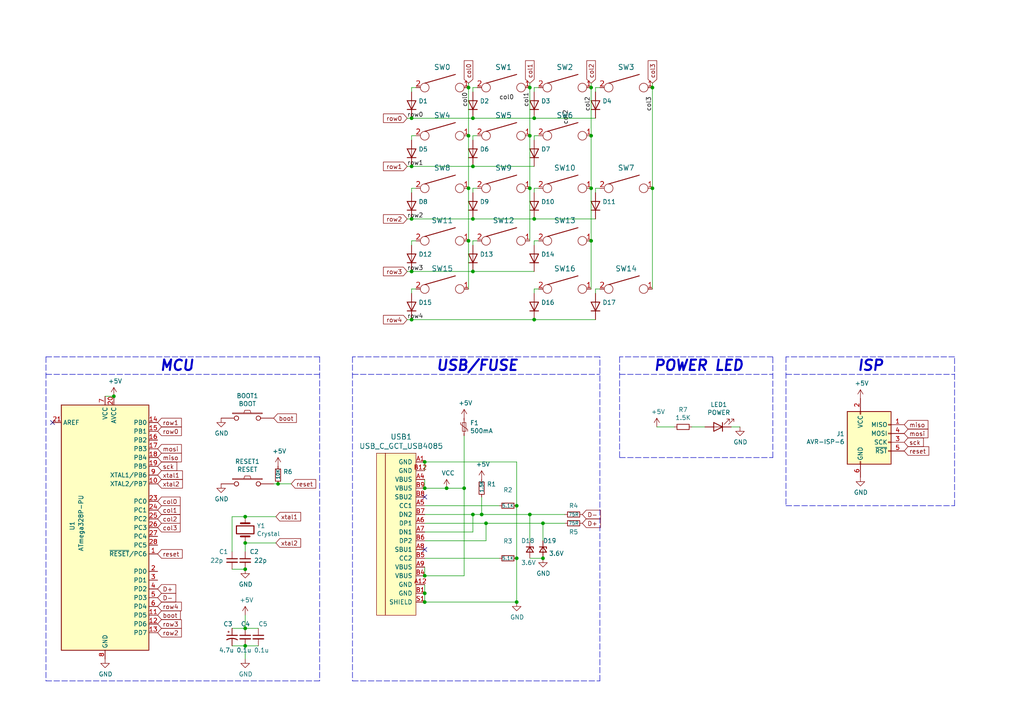
<source format=kicad_sch>
(kicad_sch (version 20211123) (generator eeschema)
  (paper "A4")
  (lib_symbols
    (symbol "Device:C_Small" (pin_numbers hide) (pin_names (offset 0.254) hide)
      (property "Reference" "C" (at 0.254 1.778 0))
      (property "Value" "C_Small" (at 0.254 -2.032 0))
      (symbol "C_Small_0_1"
        (polyline (pts (xy -1.524 -0.508) (xy 1.524 -0.508)) (stroke (width 0.3302)))
        (polyline (pts (xy -1.524 0.508) (xy 1.524 0.508)) (stroke (width 0.3048)))
      )
      (symbol "C_Small_1_1"
        (pin passive line (at 0 2.54 270) (length 2.032) (name "~") (number "1"))
        (pin passive line (at 0 -2.54 90) (length 2.032) (name "~") (number "2"))
      )
    )
    (symbol "Device:Crystal" (pin_numbers hide) (pin_names (offset 1.016) hide)
      (property "Reference" "Y" (at 0 3.81 0))
      (property "Value" "Crystal" (at 0 -3.81 0))
      (symbol "Crystal_0_1"
        (rectangle (start -1.143 2.54) (end 1.143 -2.54) (stroke (width 0.3048)))
        (polyline (pts (xy -2.54 0) (xy -1.905 0)))
        (polyline (pts (xy -1.905 -1.27) (xy -1.905 1.27)) (stroke (width 0.508)))
        (polyline (pts (xy 1.905 -1.27) (xy 1.905 1.27)) (stroke (width 0.508)))
        (polyline (pts (xy 2.54 0) (xy 1.905 0)))
      )
      (symbol "Crystal_1_1"
        (pin passive line (at -3.81 0 0) (length 1.27) (name "1") (number "1"))
        (pin passive line (at 3.81 0 180) (length 1.27) (name "2") (number "2"))
      )
    )
    (symbol "Device:D" (pin_numbers hide) (pin_names (offset 1.016) hide)
      (property "Reference" "D" (at 0 2.54 0))
      (property "Value" "D" (at 0 -2.54 0))
      (symbol "D_0_1"
        (polyline (pts (xy -1.27 1.27) (xy -1.27 -1.27)) (stroke (width 0.254)))
        (polyline (pts (xy 1.27 0) (xy -1.27 0)))
        (polyline (pts (xy 1.27 1.27) (xy 1.27 -1.27) (xy -1.27 0) (xy 1.27 1.27)) (stroke (width 0.254)))
      )
      (symbol "D_1_1"
        (pin passive line (at -3.81 0 0) (length 2.54) (name "K") (number "1"))
        (pin passive line (at 3.81 0 180) (length 2.54) (name "A") (number "2"))
      )
    )
    (symbol "Device:D_Zener_Small" (pin_numbers hide) (pin_names (offset 0.254) hide)
      (property "Reference" "D" (at 0 2.286 0))
      (property "Value" "D_Zener_Small" (at 0 -2.286 0))
      (symbol "D_Zener_Small_0_1"
        (polyline (pts (xy 0.762 0) (xy -0.762 0)))
        (polyline (pts (xy -0.254 1.016) (xy -0.762 1.016) (xy -0.762 -1.016)) (stroke (width 0.254)))
        (polyline (pts (xy 0.762 1.016) (xy -0.762 0) (xy 0.762 -1.016) (xy 0.762 1.016)) (stroke (width 0.254)))
      )
      (symbol "D_Zener_Small_1_1"
        (pin passive line (at -2.54 0 0) (length 1.778) (name "K") (number "1"))
        (pin passive line (at 2.54 0 180) (length 1.778) (name "A") (number "2"))
      )
    )
    (symbol "Device:LED" (pin_numbers hide) (pin_names (offset 1.016) hide)
      (property "Reference" "D" (at 0 2.54 0))
      (property "Value" "LED" (at 0 -2.54 0))
      (symbol "LED_0_1"
        (polyline (pts (xy -1.27 -1.27) (xy -1.27 1.27)) (stroke (width 0.254)))
        (polyline (pts (xy -1.27 0) (xy 1.27 0)))
        (polyline (pts (xy 1.27 -1.27) (xy 1.27 1.27) (xy -1.27 0) (xy 1.27 -1.27)) (stroke (width 0.254)))
        (polyline (pts (xy -3.048 -0.762) (xy -4.572 -2.286) (xy -3.81 -2.286) (xy -4.572 -2.286) (xy -4.572 -1.524)))
        (polyline (pts (xy -1.778 -0.762) (xy -3.302 -2.286) (xy -2.54 -2.286) (xy -3.302 -2.286) (xy -3.302 -1.524)))
      )
      (symbol "LED_1_1"
        (pin passive line (at -3.81 0 0) (length 2.54) (name "K") (number "1"))
        (pin passive line (at 3.81 0 180) (length 2.54) (name "A") (number "2"))
      )
    )
    (symbol "Device:Polyfuse_Small" (pin_numbers hide) (pin_names (offset 0))
      (property "Reference" "F" (at -1.905 0 90))
      (property "Value" "Polyfuse_Small" (at 1.905 0 90))
      (symbol "Polyfuse_Small_0_1"
        (rectangle (start -0.508 1.27) (end 0.508 -1.27))
        (polyline (pts (xy 0 2.54) (xy 0 -2.54)))
        (polyline (pts (xy -1.016 1.27) (xy -1.016 0.762) (xy 1.016 -0.762) (xy 1.016 -1.27)))
      )
      (symbol "Polyfuse_Small_1_1"
        (pin passive line (at 0 2.54 270) (length 0.635) (name "~") (number "1"))
        (pin passive line (at 0 -2.54 90) (length 0.635) (name "~") (number "2"))
      )
    )
    (symbol "Device:R_Small" (pin_numbers hide) (pin_names (offset 0.254) hide)
      (property "Reference" "R" (at 0.762 0.508 0))
      (property "Value" "R_Small" (at 0.762 -1.016 0))
      (symbol "R_Small_0_1"
        (rectangle (start -0.762 1.778) (end 0.762 -1.778) (stroke (width 0.2032)))
      )
      (symbol "R_Small_1_1"
        (pin passive line (at 0 2.54 270) (length 0.762) (name "~") (number "1"))
        (pin passive line (at 0 -2.54 90) (length 0.762) (name "~") (number "2"))
      )
    )
    (symbol "discipad-pcb-rescue:ATmega328P-PU-MCU_Microchip_ATmega"
      (property "Reference" "U" (at -12.7 36.83 0))
      (property "Value" "ATmega328P-PU-MCU_Microchip_ATmega" (at 2.54 -36.83 0))
      (symbol "ATmega328P-PU-MCU_Microchip_ATmega_0_1"
        (rectangle (start -12.7 -35.56) (end 12.7 35.56) (stroke (width 0.254)) (fill (type background)))
      )
      (symbol "ATmega328P-PU-MCU_Microchip_ATmega_1_1"
        (pin bidirectional line (at 15.24 -7.62 180) (length 2.54) (name "~{RESET}/PC6") (number "1"))
        (pin bidirectional line (at 15.24 12.7 180) (length 2.54) (name "XTAL2/PB7") (number "10"))
        (pin bidirectional line (at 15.24 -25.4 180) (length 2.54) (name "PD5") (number "11"))
        (pin bidirectional line (at 15.24 -27.94 180) (length 2.54) (name "PD6") (number "12"))
        (pin bidirectional line (at 15.24 -30.48 180) (length 2.54) (name "PD7") (number "13"))
        (pin bidirectional line (at 15.24 30.48 180) (length 2.54) (name "PB0") (number "14"))
        (pin bidirectional line (at 15.24 27.94 180) (length 2.54) (name "PB1") (number "15"))
        (pin bidirectional line (at 15.24 25.4 180) (length 2.54) (name "PB2") (number "16"))
        (pin bidirectional line (at 15.24 22.86 180) (length 2.54) (name "PB3") (number "17"))
        (pin bidirectional line (at 15.24 20.32 180) (length 2.54) (name "PB4") (number "18"))
        (pin bidirectional line (at 15.24 17.78 180) (length 2.54) (name "PB5") (number "19"))
        (pin bidirectional line (at 15.24 -12.7 180) (length 2.54) (name "PD0") (number "2"))
        (pin power_in line (at 2.54 38.1 270) (length 2.54) (name "AVCC") (number "20"))
        (pin input line (at -15.24 30.48 0) (length 2.54) (name "AREF") (number "21"))
        (pin passive line (at 0 -38.1 90) (length 2.54) hide (name "GND") (number "22"))
        (pin bidirectional line (at 15.24 7.62 180) (length 2.54) (name "PC0") (number "23"))
        (pin bidirectional line (at 15.24 5.08 180) (length 2.54) (name "PC1") (number "24"))
        (pin bidirectional line (at 15.24 2.54 180) (length 2.54) (name "PC2") (number "25"))
        (pin bidirectional line (at 15.24 0 180) (length 2.54) (name "PC3") (number "26"))
        (pin bidirectional line (at 15.24 -2.54 180) (length 2.54) (name "PC4") (number "27"))
        (pin bidirectional line (at 15.24 -5.08 180) (length 2.54) (name "PC5") (number "28"))
        (pin bidirectional line (at 15.24 -15.24 180) (length 2.54) (name "PD1") (number "3"))
        (pin bidirectional line (at 15.24 -17.78 180) (length 2.54) (name "PD2") (number "4"))
        (pin bidirectional line (at 15.24 -20.32 180) (length 2.54) (name "PD3") (number "5"))
        (pin bidirectional line (at 15.24 -22.86 180) (length 2.54) (name "PD4") (number "6"))
        (pin power_in line (at 0 38.1 270) (length 2.54) (name "VCC") (number "7"))
        (pin power_in line (at 0 -38.1 90) (length 2.54) (name "GND") (number "8"))
        (pin bidirectional line (at 15.24 15.24 180) (length 2.54) (name "XTAL1/PB6") (number "9"))
      )
    )
    (symbol "discipad-pcb-rescue:AVR-ISP-6-Connector" (pin_names (offset 1.016))
      (property "Reference" "J" (at 0 10.16 0))
      (property "Value" "AVR-ISP-6-Connector" (at 0 -7.62 0))
      (symbol "AVR-ISP-6-Connector_0_1"
        (rectangle (start -2.667 -5.588) (end -2.413 -6.35))
        (rectangle (start -2.667 8.89) (end -2.413 8.128))
        (rectangle (start 6.35 -2.413) (end 5.588 -2.667))
        (rectangle (start 6.35 0.127) (end 5.588 -0.127))
        (rectangle (start 6.35 2.667) (end 5.588 2.413))
        (rectangle (start 6.35 5.207) (end 5.588 4.953))
        (rectangle (start 6.35 8.89) (end -6.35 -6.35) (stroke (width 0.254)) (fill (type background)))
      )
      (symbol "AVR-ISP-6-Connector_1_1"
        (pin passive line (at 10.16 5.08 180) (length 3.81) (name "MISO") (number "1"))
        (pin power_in line (at -2.54 12.7 270) (length 3.81) (name "VCC") (number "2"))
        (pin passive line (at 10.16 0 180) (length 3.81) (name "SCK") (number "3"))
        (pin passive line (at 10.16 2.54 180) (length 3.81) (name "MOSI") (number "4"))
        (pin passive line (at 10.16 -2.54 180) (length 3.81) (name "~{RST}") (number "5"))
        (pin power_in line (at -2.54 -10.16 90) (length 3.81) (name "GND") (number "6"))
      )
    )
    (symbol "discipad-pcb-rescue:CP1_Small-Device" (pin_numbers hide) (pin_names (offset 0.254) hide)
      (property "Reference" "C" (at 0.254 1.778 0))
      (property "Value" "CP1_Small-Device" (at 0.254 -2.032 0))
      (symbol "CP1_Small-Device_0_1"
        (polyline (pts (xy -1.524 0.508) (xy 1.524 0.508)) (stroke (width 0.3048)))
        (polyline (pts (xy -1.27 1.524) (xy -0.762 1.524)))
        (polyline (pts (xy -1.016 1.27) (xy -1.016 1.778)))
        (arc (start 1.524 -0.762) (mid 0 -0.3734) (end -1.524 -0.762) (stroke (width 0.3048)))
      )
      (symbol "CP1_Small-Device_1_1"
        (pin passive line (at 0 2.54 270) (length 2.032) (name "~") (number "1"))
        (pin passive line (at 0 -2.54 90) (length 2.032) (name "~") (number "2"))
      )
    )
    (symbol "discipad-pcb-rescue:KEYSW-keyboard_parts" (pin_names (offset 1.016))
      (property "Reference" "K?" (at -1.27 0 0))
      (symbol "KEYSW-keyboard_parts_0_1"
        (circle (center -5.08 0) (radius 1.27))
        (polyline (pts (xy -5.08 1.27) (xy 3.81 3.81)) (stroke (width 0.254)))
        (circle (center 5.08 0) (radius 1.27))
      )
      (symbol "KEYSW-keyboard_parts_1_1"
        (pin passive line (at 7.62 0 180) (length 1.27) (name "~") (number "1"))
        (pin passive line (at -7.62 0 0) (length 1.27) (name "~") (number "2"))
      )
    )
    (symbol "discipad-pcb-rescue:SW_PUSH-keyboard_parts" (pin_numbers hide) (pin_names (offset 1.016) hide)
      (property "Reference" "SW" (at 3.81 2.794 0))
      (property "Value" "SW_PUSH-keyboard_parts" (at 0 -2.032 0))
      (symbol "SW_PUSH-keyboard_parts_0_1"
        (rectangle (start -4.318 1.27) (end 4.318 1.524))
        (polyline (pts (xy -1.016 1.524) (xy -0.762 2.286) (xy 0.762 2.286) (xy 1.016 1.524)))
        (pin passive inverted (at -7.62 0 0) (length 5.08) (name "1") (number "1"))
        (pin passive inverted (at 7.62 0 180) (length 5.08) (name "2") (number "2"))
      )
    )
    (symbol "discipad-pcb-rescue:USB_C_GCT_USB4085-Type-C" (pin_names (offset 1.016))
      (property "Reference" "USB" (at -5.08 22.86 0))
      (property "Value" "USB_C_GCT_USB4085-Type-C" (at -10.16 -1.27 90))
      (symbol "USB_C_GCT_USB4085-Type-C_0_1"
        (rectangle (start -11.43 21.59) (end -8.89 -25.4) (fill (type background)))
        (rectangle (start 0 -25.4) (end -8.89 21.59) (fill (type background)))
      )
      (symbol "USB_C_GCT_USB4085-Type-C_1_1"
        (pin input line (at 2.54 19.05 180) (length 2.54) (name "GND") (number "A1"))
        (pin input line (at 2.54 -16.51 180) (length 2.54) (name "GND") (number "A12"))
        (pin input line (at 2.54 13.97 180) (length 2.54) (name "VBUS") (number "A4"))
        (pin input line (at 2.54 6.35 180) (length 2.54) (name "CC1") (number "A5"))
        (pin input line (at 2.54 1.27 180) (length 2.54) (name "DP1") (number "A6"))
        (pin input line (at 2.54 -1.27 180) (length 2.54) (name "DN1") (number "A7"))
        (pin input line (at 2.54 -6.35 180) (length 2.54) (name "SBU1") (number "A8"))
        (pin input line (at 2.54 -11.43 180) (length 2.54) (name "VBUS") (number "A9"))
        (pin input line (at 2.54 -19.05 180) (length 2.54) (name "GND") (number "B1"))
        (pin input line (at 2.54 16.51 180) (length 2.54) (name "GND") (number "B12"))
        (pin input line (at 2.54 -13.97 180) (length 2.54) (name "VBUS") (number "B4"))
        (pin input line (at 2.54 -8.89 180) (length 2.54) (name "CC2") (number "B5"))
        (pin input line (at 2.54 -3.81 180) (length 2.54) (name "DP2") (number "B6"))
        (pin input line (at 2.54 3.81 180) (length 2.54) (name "DN2") (number "B7"))
        (pin input line (at 2.54 8.89 180) (length 2.54) (name "SBU2") (number "B8"))
        (pin input line (at 2.54 11.43 180) (length 2.54) (name "VBUS") (number "B9"))
        (pin input line (at 2.54 -21.59 180) (length 2.54) (name "SHIELD") (number "S1"))
      )
    )
    (symbol "power:+5V" (power) (pin_names (offset 0))
      (property "Value" "+5V" (at 0 3.556 0))
      (symbol "+5V_0_1"
        (polyline (pts (xy -0.762 1.27) (xy 0 2.54)))
        (polyline (pts (xy 0 0) (xy 0 2.54)))
        (polyline (pts (xy 0 2.54) (xy 0.762 1.27)))
      )
      (symbol "+5V_1_1"
        (pin power_in line (at 0 0 90) (length 0) hide (name "+5V") (number "1"))
      )
    )
    (symbol "power:GND" (power) (pin_names (offset 0))
      (property "Value" "GND" (at 0 -3.81 0))
      (symbol "GND_0_1"
        (polyline (pts (xy 0 0) (xy 0 -1.27) (xy 1.27 -1.27) (xy 0 -2.54) (xy -1.27 -1.27) (xy 0 -1.27)))
      )
      (symbol "GND_1_1"
        (pin power_in line (at 0 0 270) (length 0) hide (name "GND") (number "1"))
      )
    )
    (symbol "power:VCC" (power) (pin_names (offset 0))
      (property "Value" "VCC" (at 0 3.81 0))
      (symbol "VCC_0_1"
        (polyline (pts (xy -0.762 1.27) (xy 0 2.54)))
        (polyline (pts (xy 0 0) (xy 0 2.54)))
        (polyline (pts (xy 0 2.54) (xy 0.762 1.27)))
      )
      (symbol "VCC_1_1"
        (pin power_in line (at 0 0 90) (length 0) hide (name "VCC") (number "1"))
      )
    )
  )
  (junction (at 119.38 63.5))
  (junction (at 140.97 151.765))
  (junction (at 139.7 149.225))
  (junction (at 154.94 63.5))
  (junction (at 149.86 161.925))
  (junction (at 157.48 151.765))
  (junction (at 149.86 174.625))
  (junction (at 119.38 78.74))
  (junction (at 119.38 92.71))
  (junction (at 135.89 39.37))
  (junction (at 171.45 54.61))
  (junction (at 171.45 69.85))
  (junction (at 123.19 141.605))
  (junction (at 137.16 149.225))
  (junction (at 71.12 149.86))
  (junction (at 123.19 172.085))
  (junction (at 135.89 69.85))
  (junction (at 157.48 161.925))
  (junction (at 71.12 187.325))
  (junction (at 153.67 54.61))
  (junction (at 135.89 54.61))
  (junction (at 154.94 34.29))
  (junction (at 123.19 167.005))
  (junction (at 71.12 182.245))
  (junction (at 149.86 146.685))
  (junction (at 135.89 25.4))
  (junction (at 134.62 141.605))
  (junction (at 137.16 78.74))
  (junction (at 33.02 114.935))
  (junction (at 171.45 25.4))
  (junction (at 71.12 157.48))
  (junction (at 137.16 48.26))
  (junction (at 153.67 149.225))
  (junction (at 137.16 34.29))
  (junction (at 154.94 92.71))
  (junction (at 119.38 34.29))
  (junction (at 129.54 141.605))
  (junction (at 137.16 63.5))
  (junction (at 171.45 39.37))
  (junction (at 123.19 174.625))
  (junction (at 123.19 133.985))
  (junction (at 71.12 165.1))
  (junction (at 80.645 140.335))
  (junction (at 189.23 54.61))
  (junction (at 189.23 25.4))
  (junction (at 153.67 25.4))
  (junction (at 119.38 48.26))
  (junction (at 153.67 39.37))
  (no_connect (at 15.24 122.555))
  (no_connect (at 123.19 144.145))
  (no_connect (at 123.19 159.385))
  (wire (pts (xy 154.94 83.82) (xy 154.94 85.09)))
  (wire (pts (xy 153.67 25.4) (xy 153.67 39.37)))
  (wire (pts (xy 138.43 39.37) (xy 137.16 39.37)))
  (wire (pts (xy 140.97 156.845) (xy 140.97 151.765)))
  (wire (pts (xy 134.62 141.605) (xy 134.62 126.365)))
  (wire (pts (xy 120.65 69.85) (xy 119.38 69.85)))
  (wire (pts (xy 135.89 24.13) (xy 135.89 25.4)))
  (wire (pts (xy 71.12 187.325) (xy 71.12 191.135)))
  (wire (pts (xy 119.38 92.71) (xy 154.94 92.71)))
  (wire (pts (xy 137.16 154.305) (xy 137.16 149.225)))
  (wire (pts (xy 134.62 167.005) (xy 134.62 141.605)))
  (wire (pts (xy 154.94 69.85) (xy 154.94 71.12)))
  (wire (pts (xy 123.19 172.085) (xy 123.19 174.625)))
  (wire (pts (xy 71.12 157.48) (xy 71.12 160.02)))
  (wire (pts (xy 139.7 149.225) (xy 139.7 144.145)))
  (wire (pts (xy 123.19 141.605) (xy 129.54 141.605)))
  (wire (pts (xy 153.67 39.37) (xy 153.67 54.61)))
  (wire (pts (xy 153.67 161.925) (xy 157.48 161.925)))
  (polyline (pts (xy 179.705 132.715) (xy 224.155 132.715)))
  (wire (pts (xy 156.21 83.82) (xy 154.94 83.82)))
  (wire (pts (xy 123.19 169.545) (xy 123.19 172.085)))
  (wire (pts (xy 123.19 136.525) (xy 123.19 133.985)))
  (wire (pts (xy 138.43 69.85) (xy 137.16 69.85)))
  (wire (pts (xy 189.23 24.13) (xy 189.23 25.4)))
  (wire (pts (xy 119.38 83.82) (xy 119.38 85.09)))
  (wire (pts (xy 190.5 123.825) (xy 195.58 123.825)))
  (wire (pts (xy 156.21 69.85) (xy 154.94 69.85)))
  (wire (pts (xy 149.86 161.925) (xy 149.86 174.625)))
  (wire (pts (xy 71.12 149.86) (xy 67.31 149.86)))
  (polyline (pts (xy 13.335 108.585) (xy 92.71 108.585)))
  (polyline (pts (xy 92.71 103.505) (xy 92.71 197.485)))
  (wire (pts (xy 157.48 151.765) (xy 163.83 151.765)))
  (wire (pts (xy 189.23 25.4) (xy 189.23 54.61)))
  (wire (pts (xy 123.19 167.005) (xy 123.19 164.465)))
  (wire (pts (xy 71.12 187.325) (xy 74.93 187.325)))
  (polyline (pts (xy 276.86 103.505) (xy 227.965 103.505)))
  (wire (pts (xy 67.31 165.1) (xy 71.12 165.1)))
  (wire (pts (xy 156.21 39.37) (xy 154.94 39.37)))
  (wire (pts (xy 118.11 78.74) (xy 119.38 78.74)))
  (polyline (pts (xy 227.965 108.585) (xy 276.86 108.585)))
  (wire (pts (xy 71.12 149.86) (xy 80.01 149.86)))
  (wire (pts (xy 137.16 39.37) (xy 137.16 40.64)))
  (wire (pts (xy 118.11 92.71) (xy 119.38 92.71)))
  (wire (pts (xy 189.23 54.61) (xy 189.23 83.82)))
  (polyline (pts (xy 102.235 108.585) (xy 173.99 108.585)))
  (polyline (pts (xy 179.705 108.585) (xy 224.155 108.585)))
  (polyline (pts (xy 227.965 103.505) (xy 227.965 146.685)))
  (wire (pts (xy 119.38 39.37) (xy 119.38 40.64)))
  (wire (pts (xy 119.38 34.29) (xy 137.16 34.29)))
  (wire (pts (xy 154.94 92.71) (xy 172.72 92.71)))
  (wire (pts (xy 119.38 25.4) (xy 119.38 26.67)))
  (wire (pts (xy 135.89 69.85) (xy 135.89 54.61)))
  (wire (pts (xy 137.16 69.85) (xy 137.16 71.12)))
  (wire (pts (xy 123.19 167.005) (xy 134.62 167.005)))
  (wire (pts (xy 172.72 25.4) (xy 172.72 26.67)))
  (wire (pts (xy 171.45 25.4) (xy 171.45 39.37)))
  (wire (pts (xy 171.45 54.61) (xy 171.45 69.85)))
  (wire (pts (xy 118.11 34.29) (xy 119.38 34.29)))
  (wire (pts (xy 153.67 24.13) (xy 153.67 25.4)))
  (wire (pts (xy 137.16 78.74) (xy 154.94 78.74)))
  (polyline (pts (xy 227.965 146.685) (xy 276.86 146.685)))
  (polyline (pts (xy 276.86 146.685) (xy 276.86 103.505)))
  (wire (pts (xy 156.21 25.4) (xy 154.94 25.4)))
  (wire (pts (xy 154.94 34.29) (xy 172.72 34.29)))
  (wire (pts (xy 154.94 54.61) (xy 154.94 55.88)))
  (wire (pts (xy 120.65 54.61) (xy 119.38 54.61)))
  (wire (pts (xy 123.19 133.985) (xy 149.86 133.985)))
  (wire (pts (xy 171.45 69.85) (xy 171.45 83.82)))
  (wire (pts (xy 123.19 151.765) (xy 140.97 151.765)))
  (wire (pts (xy 140.97 151.765) (xy 157.48 151.765)))
  (wire (pts (xy 173.99 83.82) (xy 172.72 83.82)))
  (wire (pts (xy 153.67 54.61) (xy 153.67 69.85)))
  (polyline (pts (xy 224.155 132.715) (xy 224.155 103.505)))
  (wire (pts (xy 67.31 182.245) (xy 71.12 182.245)))
  (wire (pts (xy 123.19 156.845) (xy 140.97 156.845)))
  (wire (pts (xy 149.86 133.985) (xy 149.86 146.685)))
  (polyline (pts (xy 173.99 197.485) (xy 173.99 103.505)))
  (wire (pts (xy 118.11 63.5) (xy 119.38 63.5)))
  (wire (pts (xy 137.16 54.61) (xy 137.16 55.88)))
  (wire (pts (xy 171.45 24.13) (xy 171.45 25.4)))
  (wire (pts (xy 120.65 25.4) (xy 119.38 25.4)))
  (wire (pts (xy 153.67 149.225) (xy 163.83 149.225)))
  (wire (pts (xy 172.72 54.61) (xy 172.72 55.88)))
  (wire (pts (xy 138.43 25.4) (xy 137.16 25.4)))
  (polyline (pts (xy 179.705 103.505) (xy 179.705 132.715)))
  (wire (pts (xy 71.12 157.48) (xy 80.01 157.48)))
  (wire (pts (xy 120.65 83.82) (xy 119.38 83.82)))
  (wire (pts (xy 173.99 25.4) (xy 172.72 25.4)))
  (wire (pts (xy 120.65 39.37) (xy 119.38 39.37)))
  (wire (pts (xy 80.645 140.335) (xy 84.455 140.335)))
  (wire (pts (xy 71.12 182.245) (xy 71.12 178.435)))
  (wire (pts (xy 149.86 146.685) (xy 149.86 161.925)))
  (wire (pts (xy 172.72 83.82) (xy 172.72 85.09)))
  (wire (pts (xy 212.09 123.825) (xy 214.63 123.825)))
  (wire (pts (xy 123.19 141.605) (xy 123.19 139.065)))
  (wire (pts (xy 118.11 48.26) (xy 119.38 48.26)))
  (polyline (pts (xy 13.335 197.485) (xy 92.71 197.485)))
  (wire (pts (xy 67.31 149.86) (xy 67.31 160.02)))
  (wire (pts (xy 123.19 161.925) (xy 144.78 161.925)))
  (wire (pts (xy 139.7 149.225) (xy 137.16 149.225)))
  (wire (pts (xy 137.16 149.225) (xy 123.19 149.225)))
  (wire (pts (xy 135.89 39.37) (xy 135.89 54.61)))
  (polyline (pts (xy 13.335 103.505) (xy 13.335 197.485)))
  (wire (pts (xy 30.48 114.935) (xy 33.02 114.935)))
  (polyline (pts (xy 173.99 103.505) (xy 102.235 103.505)))
  (wire (pts (xy 119.38 78.74) (xy 137.16 78.74)))
  (wire (pts (xy 153.67 156.845) (xy 153.67 149.225)))
  (wire (pts (xy 71.12 182.245) (xy 74.93 182.245)))
  (wire (pts (xy 135.89 69.85) (xy 135.89 83.82)))
  (wire (pts (xy 173.99 54.61) (xy 172.72 54.61)))
  (wire (pts (xy 119.38 48.26) (xy 137.16 48.26)))
  (polyline (pts (xy 224.155 103.505) (xy 179.705 103.505)))
  (wire (pts (xy 79.375 140.335) (xy 80.645 140.335)))
  (polyline (pts (xy 102.235 197.485) (xy 173.99 197.485)))
  (wire (pts (xy 200.66 123.825) (xy 204.47 123.825)))
  (wire (pts (xy 123.19 174.625) (xy 149.86 174.625)))
  (wire (pts (xy 119.38 54.61) (xy 119.38 55.88)))
  (wire (pts (xy 135.89 25.4) (xy 135.89 39.37)))
  (wire (pts (xy 123.19 146.685) (xy 144.78 146.685)))
  (wire (pts (xy 137.16 48.26) (xy 154.94 48.26)))
  (wire (pts (xy 156.21 54.61) (xy 154.94 54.61)))
  (wire (pts (xy 138.43 54.61) (xy 137.16 54.61)))
  (wire (pts (xy 137.16 63.5) (xy 154.94 63.5)))
  (wire (pts (xy 137.16 34.29) (xy 154.94 34.29)))
  (polyline (pts (xy 13.335 103.505) (xy 92.71 103.505)))
  (wire (pts (xy 67.31 187.325) (xy 71.12 187.325)))
  (wire (pts (xy 129.54 141.605) (xy 134.62 141.605)))
  (wire (pts (xy 153.67 149.225) (xy 139.7 149.225)))
  (wire (pts (xy 154.94 25.4) (xy 154.94 26.67)))
  (wire (pts (xy 171.45 39.37) (xy 171.45 54.61)))
  (wire (pts (xy 123.19 154.305) (xy 137.16 154.305)))
  (wire (pts (xy 154.94 39.37) (xy 154.94 40.64)))
  (wire (pts (xy 157.48 156.845) (xy 157.48 151.765)))
  (wire (pts (xy 119.38 63.5) (xy 137.16 63.5)))
  (wire (pts (xy 154.94 63.5) (xy 172.72 63.5)))
  (polyline (pts (xy 102.235 103.505) (xy 102.235 197.485)))
  (wire (pts (xy 119.38 69.85) (xy 119.38 71.12)))
  (wire (pts (xy 137.16 25.4) (xy 137.16 26.67)))
  (text "MCU" (at 56.515 107.95 180) (effects (font (size 2.9972 2.9972) (thickness 0.5994) bold italic) (justify right bottom)))
  (text "ISP" (at 256.54 107.95 180) (effects (font (size 2.9972 2.9972) (thickness 0.5994) bold italic) (justify right bottom)))
  (text "POWER LED" (at 215.9 107.95 180) (effects (font (size 2.9972 2.9972) (thickness 0.5994) bold italic) (justify right bottom)))
  (text "USB/FUSE" (at 150.495 107.95 180) (effects (font (size 2.9972 2.9972) (thickness 0.5994) bold italic) (justify right bottom)))
  (label "col3" (at 189.23 27.94 270))
  (label "col0" (at 135.89 26.67 270))
  (label "col2" (at 171.45 27.94 270))
  (label "col2" (at 165.1 31.75 270))
  (label "row3" (at 118.11 78.74 0))
  (label "col1" (at 153.67 26.67 270))
  (label "col0" (at 144.78 29.21 0))
  (label "row1" (at 118.11 48.26 0))
  (label "row4" (at 118.11 92.71 0))
  (label "row2" (at 118.11 63.5 0))
  (label "row0" (at 118.11 34.29 0))
  (global_label "col0" (shape input) (at 45.72 145.415 0) (property "Intersheet References" "${INTERSHEET_REFS}" (effects hide)))
  (global_label "col0" (shape input) (at 135.89 24.13 90) (property "Intersheet References" "${INTERSHEET_REFS}" (effects hide)))
  (global_label "sck" (shape input) (at 262.255 128.27 0) (property "Intersheet References" "${INTERSHEET_REFS}" (effects hide)))
  (global_label "col2" (shape input) (at 45.72 150.495 0) (property "Intersheet References" "${INTERSHEET_REFS}" (effects hide)))
  (global_label "row0" (shape input) (at 45.72 125.095 0) (property "Intersheet References" "${INTERSHEET_REFS}" (effects hide)))
  (global_label "col3" (shape input) (at 45.72 153.035 0) (property "Intersheet References" "${INTERSHEET_REFS}" (effects hide)))
  (global_label "xtal1" (shape input) (at 45.72 137.795 0) (property "Intersheet References" "${INTERSHEET_REFS}" (effects hide)))
  (global_label "row0" (shape input) (at 118.11 34.29 180) (property "Intersheet References" "${INTERSHEET_REFS}" (effects hide)))
  (global_label "xtal2" (shape input) (at 45.72 140.335 0) (property "Intersheet References" "${INTERSHEET_REFS}" (effects hide)))
  (global_label "reset" (shape input) (at 45.72 160.655 0) (property "Intersheet References" "${INTERSHEET_REFS}" (effects hide)))
  (global_label "row3" (shape input) (at 118.11 78.74 180) (property "Intersheet References" "${INTERSHEET_REFS}" (effects hide)))
  (global_label "reset" (shape input) (at 84.455 140.335 0) (property "Intersheet References" "${INTERSHEET_REFS}" (effects hide)))
  (global_label "col1" (shape input) (at 45.72 147.955 0) (property "Intersheet References" "${INTERSHEET_REFS}" (effects hide)))
  (global_label "reset" (shape input) (at 262.255 130.81 0) (property "Intersheet References" "${INTERSHEET_REFS}" (effects hide)))
  (global_label "boot" (shape input) (at 79.375 121.285 0) (property "Intersheet References" "${INTERSHEET_REFS}" (effects hide)))
  (global_label "D+" (shape input) (at 168.91 151.765 0) (property "Intersheet References" "${INTERSHEET_REFS}" (effects hide)))
  (global_label "col2" (shape input) (at 171.45 24.13 90) (property "Intersheet References" "${INTERSHEET_REFS}" (effects hide)))
  (global_label "row4" (shape input) (at 45.72 175.895 0) (property "Intersheet References" "${INTERSHEET_REFS}" (effects hide)))
  (global_label "col3" (shape input) (at 189.23 24.13 90) (property "Intersheet References" "${INTERSHEET_REFS}" (effects hide)))
  (global_label "D-" (shape input) (at 45.72 173.355 0) (property "Intersheet References" "${INTERSHEET_REFS}" (effects hide)))
  (global_label "row1" (shape input) (at 45.72 122.555 0) (property "Intersheet References" "${INTERSHEET_REFS}" (effects hide)))
  (global_label "row2" (shape input) (at 118.11 63.5 180) (property "Intersheet References" "${INTERSHEET_REFS}" (effects hide)))
  (global_label "boot" (shape input) (at 45.72 178.435 0) (property "Intersheet References" "${INTERSHEET_REFS}" (effects hide)))
  (global_label "row4" (shape input) (at 118.11 92.71 180) (property "Intersheet References" "${INTERSHEET_REFS}" (effects hide)))
  (global_label "row3" (shape input) (at 45.72 180.975 0) (property "Intersheet References" "${INTERSHEET_REFS}" (effects hide)))
  (global_label "xtal1" (shape input) (at 80.01 149.86 0) (property "Intersheet References" "${INTERSHEET_REFS}" (effects hide)))
  (global_label "row1" (shape input) (at 118.11 48.26 180) (property "Intersheet References" "${INTERSHEET_REFS}" (effects hide)))
  (global_label "col1" (shape input) (at 153.67 24.13 90) (property "Intersheet References" "${INTERSHEET_REFS}" (effects hide)))
  (global_label "D-" (shape input) (at 168.91 149.225 0) (property "Intersheet References" "${INTERSHEET_REFS}" (effects hide)))
  (global_label "mosi" (shape input) (at 262.255 125.73 0) (property "Intersheet References" "${INTERSHEET_REFS}" (effects hide)))
  (global_label "miso" (shape input) (at 262.255 123.19 0) (property "Intersheet References" "${INTERSHEET_REFS}" (effects hide)))
  (global_label "xtal2" (shape input) (at 80.01 157.48 0) (property "Intersheet References" "${INTERSHEET_REFS}" (effects hide)))
  (global_label "mosi" (shape input) (at 45.72 130.175 0) (property "Intersheet References" "${INTERSHEET_REFS}" (effects hide)))
  (global_label "row2" (shape input) (at 45.72 183.515 0) (property "Intersheet References" "${INTERSHEET_REFS}" (effects hide)))
  (global_label "D+" (shape input) (at 45.72 170.815 0) (property "Intersheet References" "${INTERSHEET_REFS}" (effects hide)))
  (global_label "miso" (shape input) (at 45.72 132.715 0) (property "Intersheet References" "${INTERSHEET_REFS}" (effects hide)))
  (global_label "sck" (shape input) (at 45.72 135.255 0) (property "Intersheet References" "${INTERSHEET_REFS}" (effects hide)))
  (symbol (lib_id "discipad-pcb-rescue:KEYSW-keyboard_parts") (at 128.27 25.4 0) (unit 1)
    (property "Reference" "SW0" (at 128.27 19.4818 0) (effects (font (size 1.524 1.524))))
    (property "Value" "KEYSW" (effects hide))
    (property "Footprint" "Button_Switch_Keyboard:SW_Cherry_MX1A_1.00u_PCB-NOSCREEN" (effects hide))
  )
  (symbol (lib_id "Device:D") (at 119.38 30.48 90) (unit 1)
    (property "Reference" "D1" (at 121.3866 29.3116 90) (effects (justify right)))
    (property "Value" " " (at 121.3866 31.623 90) (effects (justify right)))
    (property "Footprint" "Diode_THT:D_DO-35_SOD27_P5.08mm_Horizontal" (effects hide))
  )
  (symbol (lib_id "discipad-pcb-rescue:KEYSW-keyboard_parts") (at 146.05 25.4 0) (unit 1)
    (property "Reference" "SW1" (at 146.05 19.4818 0) (effects (font (size 1.524 1.524))))
    (property "Value" "KEYSW" (effects hide))
    (property "Footprint" "Button_Switch_Keyboard:SW_Cherry_MX1A_1.00u_PCB-NOSCREEN" (effects hide))
  )
  (symbol (lib_id "Device:D") (at 137.16 30.48 90) (unit 1)
    (property "Reference" "D2" (at 139.1666 29.3116 90) (effects (justify right)))
    (property "Value" " " (at 139.1666 31.623 90) (effects (justify right)))
    (property "Footprint" "Diode_THT:D_DO-35_SOD27_P5.08mm_Horizontal" (effects hide))
  )
  (symbol (lib_id "discipad-pcb-rescue:KEYSW-keyboard_parts") (at 163.83 25.4 0) (unit 1)
    (property "Reference" "SW2" (at 163.83 19.4818 0) (effects (font (size 1.524 1.524))))
    (property "Value" "KEYSW" (effects hide))
    (property "Footprint" "Button_Switch_Keyboard:SW_Cherry_MX1A_1.00u_PCB-NOSCREEN" (effects hide))
  )
  (symbol (lib_id "Device:D") (at 154.94 30.48 90) (unit 1)
    (property "Reference" "D3" (at 156.9466 29.3116 90) (effects (justify right)))
    (property "Value" " " (at 156.9466 31.623 90) (effects (justify right)))
    (property "Footprint" "Diode_THT:D_DO-35_SOD27_P5.08mm_Horizontal" (effects hide))
  )
  (symbol (lib_id "discipad-pcb-rescue:KEYSW-keyboard_parts") (at 181.61 25.4 0) (unit 1)
    (property "Reference" "SW3" (at 181.61 19.4818 0) (effects (font (size 1.524 1.524))))
    (property "Value" "KEYSW" (effects hide))
    (property "Footprint" "Button_Switch_Keyboard:SW_Cherry_MX1A_1.00u_PCB-NOSCREEN" (effects hide))
  )
  (symbol (lib_id "Device:D") (at 172.72 30.48 90) (unit 1)
    (property "Reference" "D4" (at 174.7266 29.3116 90) (effects (justify right)))
    (property "Value" " " (at 174.7266 31.623 90) (effects (justify right)))
    (property "Footprint" "Diode_THT:D_DO-35_SOD27_P5.08mm_Horizontal" (effects hide))
  )
  (symbol (lib_id "discipad-pcb-rescue:KEYSW-keyboard_parts") (at 128.27 39.37 0) (unit 1)
    (property "Reference" "SW4" (at 128.27 33.4518 0) (effects (font (size 1.524 1.524))))
    (property "Value" "KEYSW" (effects hide))
    (property "Footprint" "Button_Switch_Keyboard:SW_Cherry_MX1A_1.00u_PCB-NOSCREEN" (effects hide))
  )
  (symbol (lib_id "Device:D") (at 119.38 44.45 90) (unit 1)
    (property "Reference" "D5" (at 121.3866 43.2816 90) (effects (justify right)))
    (property "Value" " " (at 121.3866 45.593 90) (effects (justify right)))
    (property "Footprint" "Diode_THT:D_DO-35_SOD27_P5.08mm_Horizontal" (effects hide))
  )
  (symbol (lib_id "discipad-pcb-rescue:KEYSW-keyboard_parts") (at 146.05 39.37 0) (unit 1)
    (property "Reference" "SW5" (at 146.05 33.4518 0) (effects (font (size 1.524 1.524))))
    (property "Value" "KEYSW" (effects hide))
    (property "Footprint" "Button_Switch_Keyboard:SW_Cherry_MX1A_1.00u_PCB-NOSCREEN" (effects hide))
  )
  (symbol (lib_id "Device:D") (at 137.16 44.45 90) (unit 1)
    (property "Reference" "D6" (at 139.1666 43.2816 90) (effects (justify right)))
    (property "Value" " " (at 139.1666 45.593 90) (effects (justify right)))
    (property "Footprint" "Diode_THT:D_DO-35_SOD27_P5.08mm_Horizontal" (effects hide))
  )
  (symbol (lib_id "discipad-pcb-rescue:KEYSW-keyboard_parts") (at 163.83 39.37 0) (unit 1)
    (property "Reference" "SW6" (at 163.83 33.4518 0) (effects (font (size 1.524 1.524))))
    (property "Value" "KEYSW" (effects hide))
    (property "Footprint" "Button_Switch_Keyboard:SW_Cherry_MX1A_1.00u_PCB-NOSCREEN" (effects hide))
  )
  (symbol (lib_id "Device:D") (at 154.94 44.45 90) (unit 1)
    (property "Reference" "D7" (at 156.9466 43.2816 90) (effects (justify right)))
    (property "Value" " " (at 156.9466 45.593 90) (effects (justify right)))
    (property "Footprint" "Diode_THT:D_DO-35_SOD27_P5.08mm_Horizontal" (effects hide))
  )
  (symbol (lib_id "discipad-pcb-rescue:KEYSW-keyboard_parts") (at 128.27 54.61 0) (unit 1)
    (property "Reference" "SW8" (at 128.27 48.6918 0) (effects (font (size 1.524 1.524))))
    (property "Value" "KEYSW" (effects hide))
    (property "Footprint" "Button_Switch_Keyboard:SW_Cherry_MX1A_1.00u_PCB-NOSCREEN" (effects hide))
  )
  (symbol (lib_id "Device:D") (at 119.38 59.69 90) (unit 1)
    (property "Reference" "D8" (at 121.3866 58.5216 90) (effects (justify right)))
    (property "Value" " " (at 121.3866 60.833 90) (effects (justify right)))
    (property "Footprint" "Diode_THT:D_DO-35_SOD27_P5.08mm_Horizontal" (effects hide))
  )
  (symbol (lib_id "discipad-pcb-rescue:KEYSW-keyboard_parts") (at 146.05 54.61 0) (unit 1)
    (property "Reference" "SW9" (at 146.05 48.6918 0) (effects (font (size 1.524 1.524))))
    (property "Value" "KEYSW" (effects hide))
    (property "Footprint" "Button_Switch_Keyboard:SW_Cherry_MX1A_1.00u_PCB-NOSCREEN" (effects hide))
  )
  (symbol (lib_id "Device:D") (at 137.16 59.69 90) (unit 1)
    (property "Reference" "D9" (at 139.1666 58.5216 90) (effects (justify right)))
    (property "Value" " " (at 139.1666 60.833 90) (effects (justify right)))
    (property "Footprint" "Diode_THT:D_DO-35_SOD27_P5.08mm_Horizontal" (effects hide))
  )
  (symbol (lib_id "discipad-pcb-rescue:KEYSW-keyboard_parts") (at 163.83 54.61 0) (unit 1)
    (property "Reference" "SW10" (at 163.83 48.6918 0) (effects (font (size 1.524 1.524))))
    (property "Value" "KEYSW" (effects hide))
    (property "Footprint" "Button_Switch_Keyboard:SW_Cherry_MX1A_1.00u_PCB-NOSCREEN" (effects hide))
  )
  (symbol (lib_id "Device:D") (at 154.94 59.69 90) (unit 1)
    (property "Reference" "D10" (at 156.9466 58.5216 90) (effects (justify right)))
    (property "Value" " " (at 156.9466 60.833 90) (effects (justify right)))
    (property "Footprint" "Diode_THT:D_DO-35_SOD27_P5.08mm_Horizontal" (effects hide))
  )
  (symbol (lib_id "discipad-pcb-rescue:KEYSW-keyboard_parts") (at 181.61 54.61 0) (unit 1)
    (property "Reference" "SW7" (at 181.61 48.6918 0) (effects (font (size 1.524 1.524))))
    (property "Value" "KEYSW" (effects hide))
    (property "Footprint" "Button_Switch_Keyboard:SW_Cherry_MX1A_2.00u_Vertical_PCB" (effects hide))
  )
  (symbol (lib_id "Device:D") (at 172.72 59.69 90) (unit 1)
    (property "Reference" "D11" (at 174.7266 58.5216 90) (effects (justify right)))
    (property "Value" " " (at 174.7266 60.833 90) (effects (justify right)))
    (property "Footprint" "Diode_THT:D_DO-35_SOD27_P5.08mm_Horizontal" (effects hide))
  )
  (symbol (lib_id "discipad-pcb-rescue:KEYSW-keyboard_parts") (at 128.27 69.85 0) (unit 1)
    (property "Reference" "SW11" (at 128.27 63.9318 0) (effects (font (size 1.524 1.524))))
    (property "Value" "KEYSW" (effects hide))
    (property "Footprint" "Button_Switch_Keyboard:SW_Cherry_MX1A_1.00u_PCB-NOSCREEN" (effects hide))
  )
  (symbol (lib_id "Device:D") (at 119.38 74.93 90) (unit 1)
    (property "Reference" "D12" (at 121.3866 73.7616 90) (effects (justify right)))
    (property "Value" " " (at 121.3866 76.073 90) (effects (justify right)))
    (property "Footprint" "Diode_THT:D_DO-35_SOD27_P5.08mm_Horizontal" (effects hide))
  )
  (symbol (lib_id "discipad-pcb-rescue:KEYSW-keyboard_parts") (at 163.83 69.85 0) (unit 1)
    (property "Reference" "SW13" (at 163.83 63.9318 0) (effects (font (size 1.524 1.524))))
    (property "Value" "KEYSW" (effects hide))
    (property "Footprint" "Button_Switch_Keyboard:SW_Cherry_MX1A_1.00u_PCB-NOSCREEN" (effects hide))
  )
  (symbol (lib_id "Device:D") (at 154.94 74.93 90) (unit 1)
    (property "Reference" "D14" (at 156.9466 73.7616 90) (effects (justify right)))
    (property "Value" " " (at 156.9466 76.073 90) (effects (justify right)))
    (property "Footprint" "Diode_THT:D_DO-35_SOD27_P5.08mm_Horizontal" (effects hide))
  )
  (symbol (lib_id "discipad-pcb-rescue:KEYSW-keyboard_parts") (at 146.05 69.85 0) (unit 1)
    (property "Reference" "SW12" (at 146.05 63.9318 0) (effects (font (size 1.524 1.524))))
    (property "Value" "KEYSW" (effects hide))
    (property "Footprint" "Button_Switch_Keyboard:SW_Cherry_MX1A_1.00u_PCB-NOSCREEN" (effects hide))
  )
  (symbol (lib_id "Device:D") (at 137.16 74.93 90) (unit 1)
    (property "Reference" "D13" (at 139.1666 73.7616 90) (effects (justify right)))
    (property "Value" " " (at 139.1666 76.073 90) (effects (justify right)))
    (property "Footprint" "Diode_THT:D_DO-35_SOD27_P5.08mm_Horizontal" (effects hide))
  )
  (symbol (lib_id "discipad-pcb-rescue:KEYSW-keyboard_parts") (at 128.27 83.82 0) (unit 1)
    (property "Reference" "SW15" (at 128.27 77.9018 0) (effects (font (size 1.524 1.524))))
    (property "Value" "KEYSW" (effects hide))
    (property "Footprint" "Button_Switch_Keyboard:SW_Cherry_MX1A_2.00u_PCB_FLIPPED" (effects hide))
  )
  (symbol (lib_id "Device:D") (at 119.38 88.9 90) (unit 1)
    (property "Reference" "D15" (at 121.3866 87.7316 90) (effects (justify right)))
    (property "Value" " " (at 121.3866 90.043 90) (effects (justify right)))
    (property "Footprint" "Diode_THT:D_DO-35_SOD27_P5.08mm_Horizontal" (effects hide))
  )
  (symbol (lib_id "discipad-pcb-rescue:KEYSW-keyboard_parts") (at 163.83 83.82 0) (unit 1)
    (property "Reference" "SW16" (at 163.83 77.9018 0) (effects (font (size 1.524 1.524))))
    (property "Value" "KEYSW" (effects hide))
    (property "Footprint" "Button_Switch_Keyboard:SW_Cherry_MX1A_1.00u_PCB-NOSCREEN" (effects hide))
  )
  (symbol (lib_id "Device:D") (at 154.94 88.9 90) (unit 1)
    (property "Reference" "D16" (at 156.9466 87.7316 90) (effects (justify right)))
    (property "Value" " " (at 156.9466 90.043 90) (effects (justify right)))
    (property "Footprint" "Diode_THT:D_DO-35_SOD27_P5.08mm_Horizontal" (effects hide))
  )
  (symbol (lib_id "discipad-pcb-rescue:KEYSW-keyboard_parts") (at 181.61 83.82 0) (unit 1)
    (property "Reference" "SW14" (at 181.61 77.9018 0) (effects (font (size 1.524 1.524))))
    (property "Value" "KEYSW" (effects hide))
    (property "Footprint" "Button_Switch_Keyboard:SW_Cherry_MX1A_2.00u_Vertical_PCB" (effects hide))
  )
  (symbol (lib_id "Device:D") (at 172.72 88.9 90) (unit 1)
    (property "Reference" "D17" (at 174.7266 87.7316 90) (effects (justify right)))
    (property "Value" " " (at 174.7266 90.043 90) (effects (justify right)))
    (property "Footprint" "Diode_THT:D_DO-35_SOD27_P5.08mm_Horizontal" (effects hide))
  )
  (symbol (lib_id "discipad-pcb-rescue:SW_PUSH-keyboard_parts") (at 71.755 121.285 0) (unit 1)
    (property "Reference" "BOOT1" (at 71.755 114.808 0))
    (property "Value" "BOOT" (at 71.755 117.1194 0))
    (property "Footprint" "Button_Switch_SMD:SW_SPST_SKQG_WithStem" (effects hide))
  )
  (symbol (lib_id "power:GND") (at 64.135 121.285 0) (unit 1)
    (property "Reference" "#PWR0113" (effects hide))
    (property "Value" "GND" (at 64.262 125.6792 0))
  )
  (symbol (lib_id "discipad-pcb-rescue:ATmega328P-PU-MCU_Microchip_ATmega") (at 30.48 153.035 0) (unit 1)
    (property "Reference" "U1" (at 20.955 151.13 90) (effects (justify right)))
    (property "Value" "ATmega328P-PU" (at 23.495 143.51 90) (effects (justify right)))
    (property "Footprint" "Package_DIP:DIP-28_W7.62mm" (effects hide))
    (property "Datasheet" "http://ww1.microchip.com/downloads/en/DeviceDoc/ATmega328_P%20AVR%20MCU%20with%20picoPower%20Technology%20Data%20Sheet%2040001984A.pdf" (effects hide))
  )
  (symbol (lib_id "discipad-pcb-rescue:AVR-ISP-6-Connector") (at 252.095 128.27 0) (unit 1)
    (property "Reference" "J1" (at 244.983 125.8316 0) (effects (justify right)))
    (property "Value" "AVR-ISP-6" (at 244.983 128.143 0) (effects (justify right)))
    (property "Datasheet" " ~" (effects hide))
  )
  (symbol (lib_id "power:+5V") (at 249.555 115.57 0) (unit 1)
    (property "Reference" "#PWR0114" (effects hide))
    (property "Value" "+5V" (at 249.936 111.1758 0))
  )
  (symbol (lib_id "power:GND") (at 249.555 138.43 0) (unit 1)
    (property "Reference" "#PWR0115" (effects hide))
    (property "Value" "GND" (at 249.682 142.8242 0))
  )
  (symbol (lib_id "Device:LED") (at 208.28 123.825 180) (unit 1)
    (property "Reference" "LED1" (at 208.4832 117.348 0))
    (property "Value" "POWER" (at 208.4832 119.6594 0))
    (property "Footprint" "LED_SMD:LED_0805_2012Metric_Pad1.15x1.40mm_HandSolder" (effects hide))
  )
  (symbol (lib_id "power:+5V") (at 33.02 114.935 0) (unit 1)
    (property "Reference" "#PWR0101" (effects hide))
    (property "Value" "+5V" (at 33.401 110.5408 0))
  )
  (symbol (lib_id "Device:R_Small") (at 198.12 123.825 270) (unit 1)
    (property "Reference" "R7" (at 198.12 118.8466 90))
    (property "Value" "1.5K" (at 198.12 121.158 90))
    (property "Footprint" "Resistor_THT:R_Axial_DIN0204_L3.6mm_D1.6mm_P5.08mm_Horizontal" (effects hide))
  )
  (symbol (lib_id "power:GND") (at 30.48 191.135 0) (unit 1)
    (property "Reference" "#PWR0102" (effects hide))
    (property "Value" "GND" (at 30.607 195.5292 0))
  )
  (symbol (lib_id "power:+5V") (at 190.5 123.825 0) (unit 1)
    (property "Reference" "#PWR0116" (effects hide))
    (property "Value" "+5V" (at 190.881 119.4308 0))
  )
  (symbol (lib_id "power:GND") (at 214.63 123.825 0) (unit 1)
    (property "Reference" "#PWR0117" (effects hide))
    (property "Value" "GND" (at 214.757 128.2192 0))
  )
  (symbol (lib_id "discipad-pcb-rescue:USB_C_GCT_USB4085-Type-C") (at 120.65 153.035 0) (unit 1)
    (property "Reference" "USB1" (at 116.3574 126.6952 0) (effects (font (size 1.524 1.524))))
    (property "Value" "USB_C_GCT_USB4085" (at 116.3574 129.3876 0) (effects (font (size 1.524 1.524))))
    (property "Footprint" "Type-C:USB_C_GCT_USB4085" (effects hide))
  )
  (symbol (lib_id "power:GND") (at 149.86 174.625 0) (unit 1)
    (property "Reference" "#PWR0103" (effects hide))
    (property "Value" "GND" (at 149.987 179.0192 0))
  )
  (symbol (lib_id "Device:Polyfuse_Small") (at 134.62 123.825 0) (unit 1)
    (property "Reference" "F1" (at 136.3472 122.6566 0) (effects (justify left)))
    (property "Value" "500mA" (at 136.3472 124.968 0) (effects (justify left)))
    (property "Footprint" "keyboard_parts:polyfuse_5.1mm" (effects hide))
  )
  (symbol (lib_id "power:+5V") (at 134.62 121.285 0) (unit 1)
    (property "Reference" "#PWR0104" (effects hide))
    (property "Value" "+5V" (at 135.001 116.8908 0))
  )
  (symbol (lib_id "power:VCC") (at 129.54 141.605 0) (unit 1)
    (property "Reference" "#PWR0105" (effects hide))
    (property "Value" "VCC" (at 129.9718 137.2108 0))
  )
  (symbol (lib_id "Device:R_Small") (at 147.32 161.925 270) (unit 1)
    (property "Reference" "R3" (at 147.32 156.9466 90))
    (property "Value" "5.1K" (at 147.32 161.925 90) (effects (font (size 0.9906 0.9906))))
    (property "Footprint" "Resistor_THT:R_Axial_DIN0204_L3.6mm_D1.6mm_P5.08mm_Horizontal" (effects hide))
  )
  (symbol (lib_id "Device:R_Small") (at 147.32 146.685 270) (unit 1)
    (property "Reference" "R2" (at 147.32 142.113 90))
    (property "Value" "5.1K" (at 147.32 146.685 90) (effects (font (size 0.9906 0.9906))))
    (property "Footprint" "Resistor_THT:R_Axial_DIN0204_L3.6mm_D1.6mm_P5.08mm_Horizontal" (effects hide))
  )
  (symbol (lib_id "Device:R_Small") (at 166.37 149.225 90) (unit 1)
    (property "Reference" "R4" (at 166.37 146.685 90))
    (property "Value" "75R" (at 166.37 149.225 90) (effects (font (size 0.9906 0.9906))))
    (property "Footprint" "Resistor_THT:R_Axial_DIN0204_L3.6mm_D1.6mm_P5.08mm_Horizontal" (effects hide))
  )
  (symbol (lib_id "Device:R_Small") (at 166.37 151.765 270) (unit 1)
    (property "Reference" "R5" (at 166.37 154.305 90))
    (property "Value" "75R" (at 166.37 151.765 90) (effects (font (size 0.9906 0.9906))))
    (property "Footprint" "Resistor_THT:R_Axial_DIN0204_L3.6mm_D1.6mm_P5.08mm_Horizontal" (effects hide))
  )
  (symbol (lib_id "Device:R_Small") (at 139.7 141.605 0) (unit 1)
    (property "Reference" "R1" (at 141.1986 140.4366 0) (effects (justify left)))
    (property "Value" "1.5K" (at 139.7 142.875 90) (effects (font (size 0.9906 0.9906)) (justify left)))
    (property "Footprint" "Resistor_THT:R_Axial_DIN0204_L3.6mm_D1.6mm_P5.08mm_Horizontal" (effects hide))
  )
  (symbol (lib_id "power:+5V") (at 139.7 139.065 0) (unit 1)
    (property "Reference" "#PWR0106" (effects hide))
    (property "Value" "+5V" (at 140.081 134.6708 0))
  )
  (symbol (lib_id "Device:D_Zener_Small") (at 153.67 159.385 270) (unit 1)
    (property "Reference" "D18" (at 151.13 156.845 90) (effects (justify left)))
    (property "Value" "3.6V" (at 151.13 163.195 90) (effects (justify left)))
    (property "Footprint" "Diode_THT:D_DO-35_SOD27_P5.08mm_Horizontal" (effects hide))
  )
  (symbol (lib_id "Device:D_Zener_Small") (at 157.48 159.385 270) (unit 1)
    (property "Reference" "D19" (at 157.48 156.845 90) (effects (justify left)))
    (property "Value" "3.6V" (at 159.2072 160.528 90) (effects (justify left)))
    (property "Footprint" "Diode_THT:D_DO-35_SOD27_P5.08mm_Horizontal" (effects hide))
  )
  (symbol (lib_id "power:GND") (at 157.48 161.925 0) (unit 1)
    (property "Reference" "#PWR0107" (effects hide))
    (property "Value" "GND" (at 157.607 166.3192 0))
  )
  (symbol (lib_id "Device:Crystal") (at 71.12 153.67 270) (unit 1)
    (property "Reference" "Y1" (at 74.4474 152.5016 90) (effects (justify left)))
    (property "Value" "Crystal" (at 74.4474 154.813 90) (effects (justify left)))
    (property "Footprint" "Crystal:Crystal_HC49-4H_Vertical" (effects hide))
  )
  (symbol (lib_id "Device:C_Small") (at 71.12 162.56 0) (unit 1)
    (property "Reference" "C2" (at 72.39 160.02 0) (effects (justify left)))
    (property "Value" "22p" (at 73.66 162.56 0) (effects (justify left)))
    (property "Footprint" "Capacitor_THT:C_Disc_D3.0mm_W1.6mm_P2.50mm" (effects hide))
  )
  (symbol (lib_id "Device:C_Small") (at 67.31 162.56 0) (unit 1)
    (property "Reference" "C1" (at 63.5 160.02 0) (effects (justify left)))
    (property "Value" "22p" (at 60.96 162.56 0) (effects (justify left)))
    (property "Footprint" "Capacitor_THT:C_Disc_D3.0mm_W1.6mm_P2.50mm" (effects hide))
  )
  (symbol (lib_id "power:GND") (at 71.12 165.1 0) (unit 1)
    (property "Reference" "#PWR0108" (effects hide))
    (property "Value" "GND" (at 71.247 169.4942 0))
  )
  (symbol (lib_id "discipad-pcb-rescue:SW_PUSH-keyboard_parts") (at 71.755 140.335 0) (unit 1)
    (property "Reference" "RESET1" (at 71.755 133.858 0))
    (property "Value" "RESET" (at 71.755 136.1694 0))
    (property "Footprint" "Button_Switch_SMD:SW_SPST_SKQG_WithStem" (effects hide))
  )
  (symbol (lib_id "power:GND") (at 64.135 140.335 0) (unit 1)
    (property "Reference" "#PWR0109" (effects hide))
    (property "Value" "GND" (at 64.262 144.7292 0))
  )
  (symbol (lib_id "Device:R_Small") (at 80.645 137.795 0) (unit 1)
    (property "Reference" "R6" (at 82.1436 136.8298 0) (effects (justify left)))
    (property "Value" "10K" (at 80.645 139.065 90) (effects (font (size 0.9906 0.9906)) (justify left)))
    (property "Footprint" "Resistor_THT:R_Axial_DIN0204_L3.6mm_D1.6mm_P5.08mm_Horizontal" (effects hide))
  )
  (symbol (lib_id "power:+5V") (at 80.645 135.255 0) (unit 1)
    (property "Reference" "#PWR0110" (effects hide))
    (property "Value" "+5V" (at 81.026 130.8608 0))
  )
  (symbol (lib_id "discipad-pcb-rescue:CP1_Small-Device") (at 67.31 184.785 0) (unit 1)
    (property "Reference" "C3" (at 64.77 180.975 0) (effects (justify left)))
    (property "Value" "4.7u" (at 63.5 188.595 0) (effects (justify left)))
    (property "Footprint" "Capacitor_THT:CP_Radial_D4.0mm_P1.50mm" (effects hide))
  )
  (symbol (lib_id "Device:C_Small") (at 71.12 184.785 0) (unit 1)
    (property "Reference" "C4" (at 69.85 180.975 0) (effects (justify left)))
    (property "Value" "0.1u" (at 68.58 188.595 0) (effects (justify left)))
    (property "Footprint" "Capacitor_THT:C_Disc_D4.3mm_W1.9mm_P5.00mm" (effects hide))
  )
  (symbol (lib_id "Device:C_Small") (at 74.93 184.785 0) (unit 1)
    (property "Reference" "C5" (at 74.93 180.975 0) (effects (justify left)))
    (property "Value" "0.1u" (at 73.66 188.595 0) (effects (justify left)))
    (property "Footprint" "Capacitor_THT:C_Disc_D4.3mm_W1.9mm_P5.00mm" (effects hide))
  )
  (symbol (lib_id "power:+5V") (at 71.12 178.435 0) (unit 1)
    (property "Reference" "#PWR0111" (effects hide))
    (property "Value" "+5V" (at 71.501 174.0408 0))
  )
  (symbol (lib_id "power:GND") (at 71.12 191.135 0) (unit 1)
    (property "Reference" "#PWR0112" (effects hide))
    (property "Value" "GND" (at 71.247 195.5292 0))
  )
)
</source>
